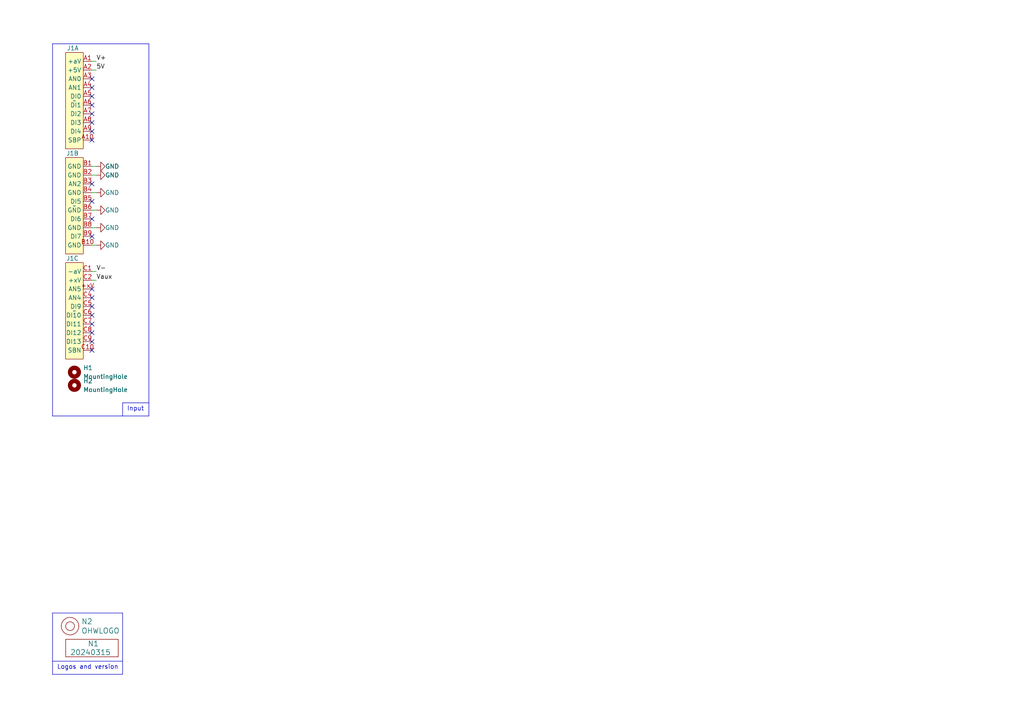
<source format=kicad_sch>
(kicad_sch (version 20231120) (generator "eeschema") (generator_version "8.0")
  (paper "A4")
  (lib_symbols
    (symbol "Mechanical:MountingHole" (pin_names (offset 1.016))
      (property "Reference" "H" (at 0 5.08 0))
      (property "Value" "MountingHole" (at 0 3.175 0))
      (symbol "MountingHole_0_1"
        (circle (center 0 0) (radius 1.27) (stroke (width 1.27)))
      )
    )
    (symbol "SquMes_30pin_1"
      (property "Reference" "J1" (at -1.27 15.24 0))
      (property "Value" "~" (at 0 0 0))
      (symbol "SquMes_30pin_1_1_1"
        (rectangle (start -2.54 13.97) (end 2.54 -13.97) (fill (type background)))
        (pin passive line (at -5.08 11.43 0) (length 2.54) (name "+aV") (number "A1"))
        (pin passive line (at -5.08 -11.43 0) (length 2.54) (name "SBP") (number "A10"))
        (pin passive line (at -5.08 8.89 0) (length 2.54) (name "+5V") (number "A2"))
        (pin passive line (at -5.08 6.35 0) (length 2.54) (name "AN0") (number "A3"))
        (pin passive line (at -5.08 3.81 0) (length 2.54) (name "AN1") (number "A4"))
        (pin passive line (at -5.08 1.27 0) (length 2.54) (name "DI0") (number "A5"))
        (pin passive line (at -5.08 -1.27 0) (length 2.54) (name "DI1") (number "A6"))
        (pin passive line (at -5.08 -3.81 0) (length 2.54) (name "DI2") (number "A7"))
        (pin passive line (at -5.08 -6.35 0) (length 2.54) (name "DI3") (number "A8"))
        (pin passive line (at -5.08 -8.89 0) (length 2.54) (name "DI4") (number "A9"))
      )
      (symbol "SquMes_30pin_1_2_1"
        (rectangle (start -2.54 13.97) (end 2.54 -13.97) (fill (type background)))
        (pin passive line (at -5.08 11.43 0) (length 2.54) (name "GND") (number "B1"))
        (pin passive line (at -5.08 -11.43 0) (length 2.54) (name "GND") (number "B10"))
        (pin passive line (at -5.08 8.89 0) (length 2.54) (name "GND") (number "B2"))
        (pin passive line (at -5.08 6.35 0) (length 2.54) (name "AN2") (number "B3"))
        (pin passive line (at -5.08 3.81 0) (length 2.54) (name "GND") (number "B4"))
        (pin passive line (at -5.08 1.27 0) (length 2.54) (name "DI5") (number "B5"))
        (pin passive line (at -5.08 -1.27 0) (length 2.54) (name "GND") (number "B6"))
        (pin passive line (at -5.08 -3.81 0) (length 2.54) (name "DI6") (number "B7"))
        (pin passive line (at -5.08 -6.35 0) (length 2.54) (name "GND") (number "B8"))
        (pin passive line (at -5.08 -8.89 0) (length 2.54) (name "DI7") (number "B9"))
      )
      (symbol "SquMes_30pin_1_3_1"
        (rectangle (start -2.54 13.97) (end 2.54 -13.97) (fill (type background)))
        (pin passive line (at -5.08 6.35 0) (length 2.54) (name "AN5") (number "+xV"))
        (pin passive line (at -5.08 11.43 0) (length 2.54) (name "-aV") (number "C1"))
        (pin passive line (at -5.08 -11.43 0) (length 2.54) (name "SBN") (number "C10"))
        (pin passive line (at -5.08 8.89 0) (length 2.54) (name "+xV") (number "C2"))
        (pin passive line (at -5.08 3.81 0) (length 2.54) (name "AN4") (number "C4"))
        (pin passive line (at -5.08 1.27 0) (length 2.54) (name "DI9") (number "C5"))
        (pin passive line (at -5.08 -1.27 0) (length 2.54) (name "DI10") (number "C6"))
        (pin passive line (at -5.08 -3.81 0) (length 2.54) (name "DI11") (number "C7"))
        (pin passive line (at -5.08 -6.35 0) (length 2.54) (name "DI12") (number "C8"))
        (pin passive line (at -5.08 -8.89 0) (length 2.54) (name "DI13") (number "C9"))
      )
    )
    (symbol "SquMes_30pin_2"
      (property "Reference" "J1" (at -1.27 15.24 0))
      (property "Value" "~" (at 0 0 0))
      (symbol "SquMes_30pin_2_1_1"
        (rectangle (start -2.54 13.97) (end 2.54 -13.97) (fill (type background)))
        (pin passive line (at -5.08 11.43 0) (length 2.54) (name "+aV") (number "A1"))
        (pin passive line (at -5.08 -11.43 0) (length 2.54) (name "SBP") (number "A10"))
        (pin passive line (at -5.08 8.89 0) (length 2.54) (name "+5V") (number "A2"))
        (pin passive line (at -5.08 6.35 0) (length 2.54) (name "AN0") (number "A3"))
        (pin passive line (at -5.08 3.81 0) (length 2.54) (name "AN1") (number "A4"))
        (pin passive line (at -5.08 1.27 0) (length 2.54) (name "DI0") (number "A5"))
        (pin passive line (at -5.08 -1.27 0) (length 2.54) (name "DI1") (number "A6"))
        (pin passive line (at -5.08 -3.81 0) (length 2.54) (name "DI2") (number "A7"))
        (pin passive line (at -5.08 -6.35 0) (length 2.54) (name "DI3") (number "A8"))
        (pin passive line (at -5.08 -8.89 0) (length 2.54) (name "DI4") (number "A9"))
      )
      (symbol "SquMes_30pin_2_2_1"
        (rectangle (start -2.54 13.97) (end 2.54 -13.97) (fill (type background)))
        (pin passive line (at -5.08 11.43 0) (length 2.54) (name "GND") (number "B1"))
        (pin passive line (at -5.08 -11.43 0) (length 2.54) (name "GND") (number "B10"))
        (pin passive line (at -5.08 8.89 0) (length 2.54) (name "GND") (number "B2"))
        (pin passive line (at -5.08 6.35 0) (length 2.54) (name "AN2") (number "B3"))
        (pin passive line (at -5.08 3.81 0) (length 2.54) (name "GND") (number "B4"))
        (pin passive line (at -5.08 1.27 0) (length 2.54) (name "DI5") (number "B5"))
        (pin passive line (at -5.08 -1.27 0) (length 2.54) (name "GND") (number "B6"))
        (pin passive line (at -5.08 -3.81 0) (length 2.54) (name "DI6") (number "B7"))
        (pin passive line (at -5.08 -6.35 0) (length 2.54) (name "GND") (number "B8"))
        (pin passive line (at -5.08 -8.89 0) (length 2.54) (name "DI7") (number "B9"))
      )
      (symbol "SquMes_30pin_2_3_1"
        (rectangle (start -2.54 13.97) (end 2.54 -13.97) (fill (type background)))
        (pin passive line (at -5.08 6.35 0) (length 2.54) (name "AN5") (number "+xV"))
        (pin passive line (at -5.08 11.43 0) (length 2.54) (name "-aV") (number "C1"))
        (pin passive line (at -5.08 -11.43 0) (length 2.54) (name "SBN") (number "C10"))
        (pin passive line (at -5.08 8.89 0) (length 2.54) (name "+xV") (number "C2"))
        (pin passive line (at -5.08 3.81 0) (length 2.54) (name "AN4") (number "C4"))
        (pin passive line (at -5.08 1.27 0) (length 2.54) (name "DI9") (number "C5"))
        (pin passive line (at -5.08 -1.27 0) (length 2.54) (name "DI10") (number "C6"))
        (pin passive line (at -5.08 -3.81 0) (length 2.54) (name "DI11") (number "C7"))
        (pin passive line (at -5.08 -6.35 0) (length 2.54) (name "DI12") (number "C8"))
        (pin passive line (at -5.08 -8.89 0) (length 2.54) (name "DI13") (number "C9"))
      )
    )
    (symbol "SquantorConnectorsNamed:SquMes_30pin"
      (property "Reference" "J" (at 0 15.24 0))
      (symbol "SquMes_30pin_1_1"
        (rectangle (start -2.54 13.97) (end 2.54 -13.97) (fill (type background)))
        (pin passive line (at -5.08 11.43 0) (length 2.54) (name "+aV") (number "A1"))
        (pin passive line (at -5.08 -11.43 0) (length 2.54) (name "SBP") (number "A10"))
        (pin passive line (at -5.08 8.89 0) (length 2.54) (name "+5V") (number "A2"))
        (pin passive line (at -5.08 6.35 0) (length 2.54) (name "AN0") (number "A3"))
        (pin passive line (at -5.08 3.81 0) (length 2.54) (name "AN1") (number "A4"))
        (pin passive line (at -5.08 1.27 0) (length 2.54) (name "DI0") (number "A5"))
        (pin passive line (at -5.08 -1.27 0) (length 2.54) (name "DI1") (number "A6"))
        (pin passive line (at -5.08 -3.81 0) (length 2.54) (name "DI2") (number "A7"))
        (pin passive line (at -5.08 -6.35 0) (length 2.54) (name "DI3") (number "A8"))
        (pin passive line (at -5.08 -8.89 0) (length 2.54) (name "DI4") (number "A9"))
      )
      (symbol "SquMes_30pin_2_1"
        (rectangle (start -2.54 13.97) (end 2.54 -13.97) (fill (type background)))
        (pin passive line (at -5.08 11.43 0) (length 2.54) (name "GND") (number "B1"))
        (pin passive line (at -5.08 -11.43 0) (length 2.54) (name "GND") (number "B10"))
        (pin passive line (at -5.08 8.89 0) (length 2.54) (name "GND") (number "B2"))
        (pin passive line (at -5.08 6.35 0) (length 2.54) (name "AN2") (number "B3"))
        (pin passive line (at -5.08 3.81 0) (length 2.54) (name "GND") (number "B4"))
        (pin passive line (at -5.08 1.27 0) (length 2.54) (name "DI5") (number "B5"))
        (pin passive line (at -5.08 -1.27 0) (length 2.54) (name "GND") (number "B6"))
        (pin passive line (at -5.08 -3.81 0) (length 2.54) (name "DI6") (number "B7"))
        (pin passive line (at -5.08 -6.35 0) (length 2.54) (name "GND") (number "B8"))
        (pin passive line (at -5.08 -8.89 0) (length 2.54) (name "DI7") (number "B9"))
      )
      (symbol "SquMes_30pin_3_1"
        (rectangle (start -2.54 13.97) (end 2.54 -13.97) (fill (type background)))
        (pin passive line (at -5.08 11.43 0) (length 2.54) (name "-aV") (number "C1"))
        (pin passive line (at -5.08 -11.43 0) (length 2.54) (name "SBN") (number "C10"))
        (pin passive line (at -5.08 8.89 0) (length 2.54) (name "+xV") (number "C2"))
        (pin passive line (at -5.08 6.35 0) (length 2.54) (name "AN5") (number "C3"))
        (pin passive line (at -5.08 3.81 0) (length 2.54) (name "AN4") (number "C4"))
        (pin passive line (at -5.08 1.27 0) (length 2.54) (name "DI9") (number "C5"))
        (pin passive line (at -5.08 -1.27 0) (length 2.54) (name "DI10") (number "C6"))
        (pin passive line (at -5.08 -3.81 0) (length 2.54) (name "DI11") (number "C7"))
        (pin passive line (at -5.08 -6.35 0) (length 2.54) (name "DI12") (number "C8"))
        (pin passive line (at -5.08 -8.89 0) (length 2.54) (name "DI13") (number "C9"))
      )
    )
    (symbol "SquantorLabels:OHWLOGO" (pin_names (offset 1.016))
      (property "Reference" "N" (at 0 3.81 0))
      (property "Value" "OHWLOGO" (at 0 -3.81 0))
      (symbol "OHWLOGO_0_1"
        (circle (center 0 0) (radius 1.27))
        (circle (center 0 0) (radius 2.54))
      )
    )
    (symbol "SquantorLabels:VYYYYMMDD" (pin_names (offset 1.016))
      (property "Reference" "N" (at 0 2.54 0))
      (property "Value" "VYYYYMMDD" (at 0 0 0))
      (symbol "VYYYYMMDD_0_1"
        (rectangle (start 7.62 -1.27) (end -7.62 3.81))
      )
    )
    (symbol "power:GND" (power) (pin_names (offset 0))
      (property "Value" "GND" (at 0 -3.81 0))
      (symbol "GND_0_1"
        (polyline (pts (xy 0 0) (xy 0 -1.27) (xy 1.27 -1.27) (xy 0 -2.54) (xy -1.27 -1.27) (xy 0 -1.27)))
      )
      (symbol "GND_1_1"
        (pin power_in line (at 0 0 270) (length 0) hide (name "GND") (number "1"))
      )
    )
  )
  (no_connect (at 26.67 25.4))
  (no_connect (at 26.67 96.52))
  (no_connect (at 26.67 83.82))
  (no_connect (at 26.67 58.42))
  (no_connect (at 26.67 27.94))
  (no_connect (at 26.67 63.5))
  (no_connect (at 26.67 33.02))
  (no_connect (at 26.67 22.86))
  (no_connect (at 26.67 91.44))
  (no_connect (at 26.67 38.1))
  (no_connect (at 26.67 86.36))
  (no_connect (at 26.67 35.56))
  (no_connect (at 26.67 93.98))
  (no_connect (at 26.67 68.58))
  (no_connect (at 26.67 88.9))
  (no_connect (at 26.67 53.34))
  (no_connect (at 26.67 30.48))
  (no_connect (at 26.67 40.64))
  (no_connect (at 26.67 99.06))
  (no_connect (at 26.67 101.6))
  (wire (pts (xy 26.67 81.28) (xy 27.94 81.28)))
  (wire (pts (xy 26.67 66.04) (xy 27.94 66.04)))
  (polyline (pts (xy 15.24 177.8) (xy 15.24 195.58)))
  (polyline (pts (xy 35.56 177.8) (xy 15.24 177.8)))
  (wire (pts (xy 26.67 48.26) (xy 27.94 48.26)))
  (wire (pts (xy 26.67 20.32) (xy 27.94 20.32)))
  (polyline (pts (xy 15.24 12.7) (xy 43.18 12.7)))
  (polyline (pts (xy 43.18 120.65) (xy 15.24 120.65)))
  (polyline (pts (xy 43.18 116.84) (xy 35.56 116.84)))
  (wire (pts (xy 26.67 55.88) (xy 27.94 55.88)))
  (wire (pts (xy 26.67 17.78) (xy 27.94 17.78)))
  (wire (pts (xy 26.67 78.74) (xy 27.94 78.74)))
  (wire (pts (xy 26.67 60.96) (xy 27.94 60.96)))
  (polyline (pts (xy 35.56 195.58) (xy 35.56 177.8)))
  (polyline (pts (xy 15.24 195.58) (xy 35.56 195.58)))
  (wire (pts (xy 26.67 71.12) (xy 27.94 71.12)))
  (polyline (pts (xy 35.56 116.84) (xy 35.56 120.65)))
  (polyline (pts (xy 15.24 12.7) (xy 15.24 120.65)))
  (polyline (pts (xy 43.18 12.7) (xy 43.18 120.65)))
  (wire (pts (xy 26.67 50.8) (xy 27.94 50.8)))
  (polyline (pts (xy 15.24 191.77) (xy 35.56 191.77)))
  (text "Input" (at 36.83 119.38 0) (effects (font (size 1.27 1.27)) (justify left bottom)))
  (text "Logos and version" (at 16.51 194.31 0) (effects (font (size 1.27 1.27)) (justify left bottom)))
  (label "5V" (at 27.94 20.32 0))
  (label "V-" (at 27.94 78.74 0))
  (label "Vaux" (at 27.94 81.28 0))
  (label "V+" (at 27.94 17.78 0))
  (symbol (lib_id "SquantorLabels:VYYYYMMDD") (at 26.67 189.23 0) (unit 1)
    (property "Reference" "N1" (at 25.4 186.69 0) (effects (font (size 1.524 1.524)) (justify left)))
    (property "Value" "20240315" (at 20.32 189.23 0) (effects (font (size 1.524 1.524)) (justify left)))
    (property "Footprint" "SquantorLabels:Label_Generic" (effects (hide yes)))
  )
  (symbol (lib_id "SquantorLabels:OHWLOGO") (at 20.32 181.61 0) (unit 1)
    (property "Reference" "N2" (at 23.5712 180.2638 0) (effects (font (size 1.524 1.524)) (justify left)))
    (property "Value" "OHWLOGO" (at 23.5712 182.9562 0) (effects (font (size 1.524 1.524)) (justify left)))
    (property "Footprint" "Symbol:OSHW-Symbol_6.7x6mm_SilkScreen" (effects (hide yes)))
  )
  (symbol (lib_id "SquantorConnectorsNamed:SquMes_30pin") (at 21.59 29.21 0) (mirror y) (unit 1)
    (property "Reference" "J1" (at 22.86 13.97 0) (effects (justify left)))
    (property "Value" "~" (at 21.59 29.21 0))
    (property "Footprint" "SquantorConnectors:DIN41612_C3_3x10_Male_Horizontal_THT" (effects (hide yes)))
  )
  (symbol (lib_id "power:GND") (at 27.94 48.26 90) (unit 1)
    (property "Reference" "#PWR01" (effects (hide yes)))
    (property "Value" "GND" (at 30.48 48.26 90) (effects (justify right)))
  )
  (symbol (lib_id "power:GND") (at 27.94 50.8 90) (unit 1)
    (property "Reference" "#PWR02" (effects (hide yes)))
    (property "Value" "GND" (at 30.48 50.8 90) (effects (justify right)))
  )
  (symbol (lib_id "power:GND") (at 27.94 71.12 90) (unit 1)
    (property "Reference" "#PWR06" (effects (hide yes)))
    (property "Value" "GND" (at 30.48 71.12 90) (effects (justify right)))
  )
  (symbol (lib_id "power:GND") (at 27.94 66.04 90) (unit 1)
    (property "Reference" "#PWR05" (effects (hide yes)))
    (property "Value" "GND" (at 30.48 66.04 90) (effects (justify right)))
  )
  (symbol (lib_id "power:GND") (at 27.94 60.96 90) (unit 1)
    (property "Reference" "#PWR04" (effects (hide yes)))
    (property "Value" "GND" (at 30.48 60.96 90) (effects (justify right)))
  )
  (symbol (lib_id "Mechanical:MountingHole") (at 21.59 107.95 0) (unit 1)
    (property "Reference" "H1" (at 24.13 106.68 0) (effects (justify left)))
    (property "Value" "MountingHole" (at 24.13 109.22 0) (effects (justify left)))
    (property "Footprint" "MountingHole:MountingHole_2.7mm_M2.5_Pad" (effects (hide yes)))
  )
  (symbol (lib_id "Mechanical:MountingHole") (at 21.59 111.76 0) (unit 1)
    (property "Reference" "H2" (at 24.13 110.49 0) (effects (justify left)))
    (property "Value" "MountingHole" (at 24.13 113.03 0) (effects (justify left)))
    (property "Footprint" "MountingHole:MountingHole_2.7mm_M2.5_Pad" (effects (hide yes)))
  )
  (symbol (lib_id "power:GND") (at 27.94 55.88 90) (unit 1)
    (property "Reference" "#PWR03" (effects (hide yes)))
    (property "Value" "GND" (at 30.48 55.88 90) (effects (justify right)))
  )
  (symbol (lib_name "SquMes_30pin_1") (lib_id "SquantorConnectorsNamed:SquMes_30pin") (at 21.59 59.69 0) (mirror y) (unit 2)
    (property "Reference" "J1" (at 22.86 44.45 0) (effects (justify left)))
    (property "Value" "~" (at 21.59 59.69 0))
    (property "Footprint" "SquantorConnectors:DIN41612_C3_3x10_Male_Horizontal_THT" (effects (hide yes)))
  )
  (symbol (lib_name "SquMes_30pin_2") (lib_id "SquantorConnectorsNamed:SquMes_30pin") (at 21.59 90.17 0) (mirror y) (unit 3)
    (property "Reference" "J1" (at 22.86 74.93 0) (effects (justify left)))
    (property "Value" "~" (at 21.59 90.17 0))
    (property "Footprint" "SquantorConnectors:DIN41612_C3_3x10_Male_Horizontal_THT" (effects (hide yes)))
  )
)
</source>
